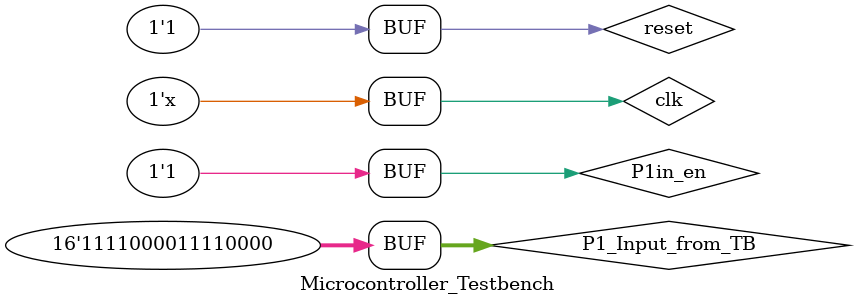
<source format=v>

`timescale 10ns / 1ns

module Microcontroller_Testbench;
	// Outputs to Microcontroller_Top
	reg 			clk, reset, MFC;
	reg 	[15:0] 	DataToMDR;
	reg 	[15:0]	P1_Input_from_TB;
	reg				P1in_en;

	// Inputs from Microcontroller_Top
	wire 	     RW, Enable; 
	wire  [15:0] Address; 		// This will go to the testbench from MAR to tell it which value to output to MDR
	wire  [15:0] P0_toTB;		// IO_Port0 to TB 
	wire  [15:0] MDR_To_TB;		// MDR to Memory in Testbench	

	wire  [15:0] Bus_Monitor;
	
wire MFC_Mem_to_Controller;		
wire [15:0] MemDataToMDR;						
// Instantiate Memory
Memory				memory	(	.clk				(clk),
								.Data_out 			(MemDataToMDR),
								.MFC 				(MFC_Mem_to_Controller),
								.RW 				(RW),
								.Enable 			(Enable),
								.Address 			(Address),
								.Data_in			(MDR_To_TB));

// Instantiate Top Level 

Microcontroller_Top		top	(	.clk				(clk),
								.reset				(reset),
								.MFC				(MFC_Mem_to_Controller),
								.DataToMDR			(MemDataToMDR),
								.P1_Input_from_TB	(P1_Input_from_TB),
								.P1in_en			(P1in_en),
								.Enable				(Enable),
								.RW					(RW),
								.Address			(Address),
								.P0_toTB			(P0_toTB),
								.MDR_To_TB			(MDR_To_TB),
								.Bus_Monitor		(Bus_Monitor));

								
// Generate Clock
always #2 clk = ~clk; 

// Form Stimulus
initial begin
	// Initialize Testbench Variables
	clk 	<= 0;
	reset	<= 0;
	P1in_en <= 1;
	
	// Drive Stimulus
	#41	reset	<= 1;
		P1_Input_from_TB <= 16'b1111000011110000; // #F0F0
		end	
endmodule
</source>
